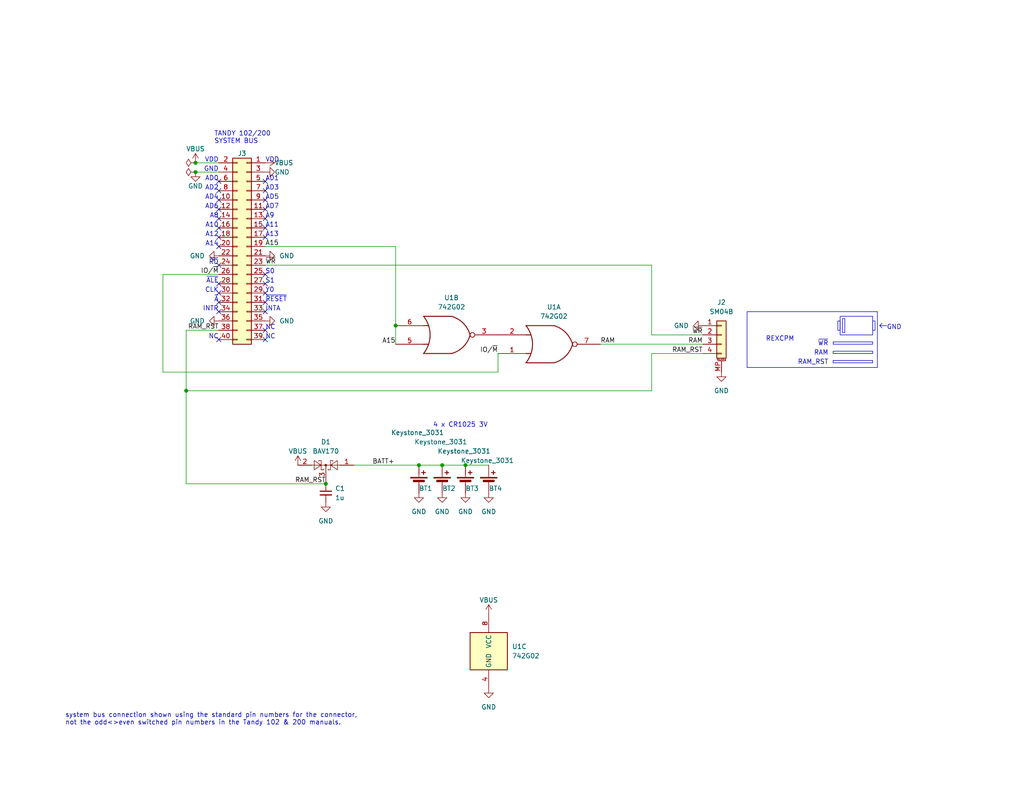
<source format=kicad_sch>
(kicad_sch (version 20231120) (generator "eeschema") (generator_version "8.0")
  (paper "USLetter")
  (title_block (title "REXCPM UPS 102") (date "2023-09-21") (rev "003") (company "Brian K. White - b.kenyon.w@gmail.com") (comment 1 "Replacement REXCPM system bus interface with memory battery"))
  (lib_symbols
    (symbol "000_LOCAL:742G02"
      (property "Reference" "U" (at 5.08 7.62 0))
      (property "Value" "742G02" (at 7.62 -7.62 0))
      (symbol "742G02_1_1"
        (arc (start -7.62 -5.08) (mid -5.838 0) (end -7.62 5.08) (stroke (width 0.254)))
        (arc (start 0 -5.08) (mid 3.1986 -3.2054) (end 5.08 0) (stroke (width 0.254)))
        (polyline (pts (xy -7.62 -2.54) (xy -6.35 -2.54)) (stroke (width 0.254)) (fill (type background)))
        (polyline (pts (xy -7.62 2.54) (xy -6.35 2.54)) (stroke (width 0.254)) (fill (type background)))
        (polyline (pts (xy 0 -5.08) (xy -7.62 -5.08)) (stroke (width 0.254)) (fill (type background)))
        (polyline (pts (xy 0 5.08) (xy -7.62 5.08)) (stroke (width 0.254)) (fill (type background)))
        (arc (start 5.08 0) (mid 3.2238 3.2304) (end 0 5.08) (stroke (width 0.254)))
        (pin input line (at -15.24 2.54 0) (length 7.62) (name "~") (number "1"))
        (pin input line (at -15.24 -2.54 0) (length 7.62) (name "~") (number "2"))
        (pin output inverted (at 12.7 0 180) (length 7.62) (name "~") (number "7"))
      )
      (symbol "742G02_2_1"
        (arc (start -7.62 -5.08) (mid -5.838 0) (end -7.62 5.08) (stroke (width 0.254)))
        (arc (start 0 -5.08) (mid 3.1986 -3.2054) (end 5.08 0) (stroke (width 0.254)))
        (polyline (pts (xy -7.62 -2.54) (xy -6.35 -2.54)) (stroke (width 0.254)) (fill (type background)))
        (polyline (pts (xy -7.62 2.54) (xy -6.35 2.54)) (stroke (width 0.254)) (fill (type background)))
        (polyline (pts (xy 0 -5.08) (xy -7.62 -5.08)) (stroke (width 0.254)) (fill (type background)))
        (polyline (pts (xy 0 5.08) (xy -7.62 5.08)) (stroke (width 0.254)) (fill (type background)))
        (arc (start 5.08 0) (mid 3.2238 3.2304) (end 0 5.08) (stroke (width 0.254)))
        (pin output inverted (at 12.7 0 180) (length 7.62) (name "~") (number "3"))
        (pin input line (at -15.24 2.54 0) (length 7.62) (name "~") (number "5"))
        (pin input line (at -15.24 -2.54 0) (length 7.62) (name "~") (number "6"))
      )
      (symbol "742G02_3_0"
        (rectangle (start -5.08 -5.08) (end 5.08 5.08) (stroke (width 0.254)) (fill (type background)))
      )
      (symbol "742G02_3_1"
        (pin power_in line (at 0 -10.16 90) (length 5.08) (name "GND") (number "4"))
        (pin power_in line (at 0 10.16 270) (length 5.08) (name "VCC") (number "8"))
      )
    )
    (symbol "000_LOCAL:BAT54C" (pin_names (offset 1.016))
      (property "Reference" "D" (at 0.635 -3.81 0))
      (property "Value" "BAT54C" (at -6.35 3.175 0))
      (symbol "BAT54C_0_1"
        (polyline (pts (xy -1.905 0) (xy 1.905 0)))
        (polyline (pts (xy -1.905 1.27) (xy -1.905 1.016)))
        (polyline (pts (xy -1.27 -1.27) (xy -0.635 -1.27)))
        (polyline (pts (xy -1.27 0) (xy -3.81 0)))
        (polyline (pts (xy -1.27 1.27) (xy -1.905 1.27)))
        (polyline (pts (xy -1.27 1.27) (xy -1.27 -1.27)))
        (polyline (pts (xy -0.635 -1.27) (xy -0.635 -1.016)))
        (polyline (pts (xy 0.635 -1.27) (xy 0.635 -1.016)))
        (polyline (pts (xy 1.27 -1.27) (xy 0.635 -1.27)))
        (polyline (pts (xy 1.27 1.27) (xy 1.27 -1.27)))
        (polyline (pts (xy 1.27 1.27) (xy 1.905 1.27)))
        (polyline (pts (xy 1.905 1.27) (xy 1.905 1.016)))
        (polyline (pts (xy 3.81 0) (xy 1.27 0)))
        (polyline (pts (xy -3.175 -1.27) (xy -3.175 1.27) (xy -1.27 0) (xy -3.175 -1.27)))
        (polyline (pts (xy 3.175 -1.27) (xy 3.175 1.27) (xy 1.27 0) (xy 3.175 -1.27)))
        (circle (center 0 0) (radius 0.254) (fill (type outline)))
      )
      (symbol "BAT54C_1_1"
        (pin passive line (at -7.62 0 0) (length 3.81) (name "~") (number "1"))
        (pin passive line (at 7.62 0 180) (length 3.81) (name "~") (number "2"))
        (pin passive line (at 0 -5.08 90) (length 5.08) (name "~") (number "3"))
      )
    )
    (symbol "000_LOCAL:Battery_Cell" (pin_numbers hide) (pin_names (offset 0) hide)
      (property "Reference" "BT" (at 2.54 2.54 0))
      (property "Value" "Battery_Cell" (at 2.54 0 0))
      (symbol "Battery_Cell_0_1"
        (rectangle (start -2.286 1.778) (end 2.286 1.524) (fill (type outline)))
        (rectangle (start -1.524 1.016) (end 1.524 0.508) (fill (type outline)))
        (polyline (pts (xy 0 0.762) (xy 0 0)))
        (polyline (pts (xy 0 1.778) (xy 0 2.54)))
        (polyline (pts (xy 0.762 3.048) (xy 1.778 3.048)) (stroke (width 0.254)))
        (polyline (pts (xy 1.27 3.556) (xy 1.27 2.54)) (stroke (width 0.254)))
      )
      (symbol "Battery_Cell_1_1"
        (pin passive line (at 0 5.08 270) (length 2.54) (name "+") (number "1"))
        (pin passive line (at 0 -2.54 90) (length 2.54) (name "-") (number "2"))
      )
    )
    (symbol "000_LOCAL:C" (pin_numbers hide) (pin_names (offset 0.254) hide)
      (property "Reference" "C" (at 0.254 1.778 0))
      (property "Value" "C" (at 0.254 -2.032 0))
      (symbol "C_0_1"
        (polyline (pts (xy -1.524 -0.508) (xy 1.524 -0.508)) (stroke (width 0.3302)))
        (polyline (pts (xy -1.524 0.508) (xy 1.524 0.508)) (stroke (width 0.3048)))
      )
      (symbol "C_1_1"
        (pin passive line (at 0 2.54 270) (length 2.032) (name "~") (number "1"))
        (pin passive line (at 0 -2.54 90) (length 2.032) (name "~") (number "2"))
      )
    )
    (symbol "000_LOCAL:Conn_01x04_MountingPin" (pin_names (offset 1.016) hide)
      (property "Reference" "J" (at 0 5.08 0))
      (property "Value" "Conn_01x04_MountingPin" (at 1.27 -7.62 0))
      (symbol "Conn_01x04_MountingPin_1_1"
        (rectangle (start -1.27 -4.953) (end 0 -5.207) (stroke (width 0.1524)))
        (rectangle (start -1.27 -2.413) (end 0 -2.667) (stroke (width 0.1524)))
        (rectangle (start -1.27 0.127) (end 0 -0.127) (stroke (width 0.1524)))
        (rectangle (start -1.27 2.667) (end 0 2.413) (stroke (width 0.1524)))
        (rectangle (start -1.27 3.81) (end 1.27 -6.35) (stroke (width 0.254)) (fill (type background)))
        (polyline (pts (xy -1.016 -7.112) (xy 1.016 -7.112)) (stroke (width 0.1524)))
        (text "Mounting" (at 0 -6.731 0) (effects (font (size 0.381 0.381))))
        (pin passive line (at -5.08 2.54 0) (length 3.81) (name "Pin_1") (number "1"))
        (pin passive line (at -5.08 0 0) (length 3.81) (name "Pin_2") (number "2"))
        (pin passive line (at -5.08 -2.54 0) (length 3.81) (name "Pin_3") (number "3"))
        (pin passive line (at -5.08 -5.08 0) (length 3.81) (name "Pin_4") (number "4"))
        (pin passive line (at 0 -10.16 90) (length 3.048) (name "MountPin") (number "MP"))
      )
    )
    (symbol "000_LOCAL:Conn_02x20_Odd_Even" (pin_names (offset 1.016) hide)
      (property "Reference" "J" (at 1.27 25.4 0))
      (property "Value" "Conn_02x20_Odd_Even" (at 1.27 -27.94 0))
      (symbol "Conn_02x20_Odd_Even_1_1"
        (rectangle (start -1.27 -25.273) (end 0 -25.527) (stroke (width 0.1524)))
        (rectangle (start -1.27 -22.733) (end 0 -22.987) (stroke (width 0.1524)))
        (rectangle (start -1.27 -20.193) (end 0 -20.447) (stroke (width 0.1524)))
        (rectangle (start -1.27 -17.653) (end 0 -17.907) (stroke (width 0.1524)))
        (rectangle (start -1.27 -15.113) (end 0 -15.367) (stroke (width 0.1524)))
        (rectangle (start -1.27 -12.573) (end 0 -12.827) (stroke (width 0.1524)))
        (rectangle (start -1.27 -10.033) (end 0 -10.287) (stroke (width 0.1524)))
        (rectangle (start -1.27 -7.493) (end 0 -7.747) (stroke (width 0.1524)))
        (rectangle (start -1.27 -4.953) (end 0 -5.207) (stroke (width 0.1524)))
        (rectangle (start -1.27 -2.413) (end 0 -2.667) (stroke (width 0.1524)))
        (rectangle (start -1.27 0.127) (end 0 -0.127) (stroke (width 0.1524)))
        (rectangle (start -1.27 2.667) (end 0 2.413) (stroke (width 0.1524)))
        (rectangle (start -1.27 5.207) (end 0 4.953) (stroke (width 0.1524)))
        (rectangle (start -1.27 7.747) (end 0 7.493) (stroke (width 0.1524)))
        (rectangle (start -1.27 10.287) (end 0 10.033) (stroke (width 0.1524)))
        (rectangle (start -1.27 12.827) (end 0 12.573) (stroke (width 0.1524)))
        (rectangle (start -1.27 15.367) (end 0 15.113) (stroke (width 0.1524)))
        (rectangle (start -1.27 17.907) (end 0 17.653) (stroke (width 0.1524)))
        (rectangle (start -1.27 20.447) (end 0 20.193) (stroke (width 0.1524)))
        (rectangle (start -1.27 22.987) (end 0 22.733) (stroke (width 0.1524)))
        (rectangle (start -1.27 24.13) (end 3.81 -26.67) (stroke (width 0.254)) (fill (type background)))
        (rectangle (start 3.81 -25.273) (end 2.54 -25.527) (stroke (width 0.1524)))
        (rectangle (start 3.81 -22.733) (end 2.54 -22.987) (stroke (width 0.1524)))
        (rectangle (start 3.81 -20.193) (end 2.54 -20.447) (stroke (width 0.1524)))
        (rectangle (start 3.81 -17.653) (end 2.54 -17.907) (stroke (width 0.1524)))
        (rectangle (start 3.81 -15.113) (end 2.54 -15.367) (stroke (width 0.1524)))
        (rectangle (start 3.81 -12.573) (end 2.54 -12.827) (stroke (width 0.1524)))
        (rectangle (start 3.81 -10.033) (end 2.54 -10.287) (stroke (width 0.1524)))
        (rectangle (start 3.81 -7.493) (end 2.54 -7.747) (stroke (width 0.1524)))
        (rectangle (start 3.81 -4.953) (end 2.54 -5.207) (stroke (width 0.1524)))
        (rectangle (start 3.81 -2.413) (end 2.54 -2.667) (stroke (width 0.1524)))
        (rectangle (start 3.81 0.127) (end 2.54 -0.127) (stroke (width 0.1524)))
        (rectangle (start 3.81 2.667) (end 2.54 2.413) (stroke (width 0.1524)))
        (rectangle (start 3.81 5.207) (end 2.54 4.953) (stroke (width 0.1524)))
        (rectangle (start 3.81 7.747) (end 2.54 7.493) (stroke (width 0.1524)))
        (rectangle (start 3.81 10.287) (end 2.54 10.033) (stroke (width 0.1524)))
        (rectangle (start 3.81 12.827) (end 2.54 12.573) (stroke (width 0.1524)))
        (rectangle (start 3.81 15.367) (end 2.54 15.113) (stroke (width 0.1524)))
        (rectangle (start 3.81 17.907) (end 2.54 17.653) (stroke (width 0.1524)))
        (rectangle (start 3.81 20.447) (end 2.54 20.193) (stroke (width 0.1524)))
        (rectangle (start 3.81 22.987) (end 2.54 22.733) (stroke (width 0.1524)))
        (pin passive line (at -5.08 22.86 0) (length 3.81) (name "Pin_1") (number "1"))
        (pin passive line (at 7.62 12.7 180) (length 3.81) (name "Pin_10") (number "10"))
        (pin passive line (at -5.08 10.16 0) (length 3.81) (name "Pin_11") (number "11"))
        (pin passive line (at 7.62 10.16 180) (length 3.81) (name "Pin_12") (number "12"))
        (pin passive line (at -5.08 7.62 0) (length 3.81) (name "Pin_13") (number "13"))
        (pin passive line (at 7.62 7.62 180) (length 3.81) (name "Pin_14") (number "14"))
        (pin passive line (at -5.08 5.08 0) (length 3.81) (name "Pin_15") (number "15"))
        (pin passive line (at 7.62 5.08 180) (length 3.81) (name "Pin_16") (number "16"))
        (pin passive line (at -5.08 2.54 0) (length 3.81) (name "Pin_17") (number "17"))
        (pin passive line (at 7.62 2.54 180) (length 3.81) (name "Pin_18") (number "18"))
        (pin passive line (at -5.08 0 0) (length 3.81) (name "Pin_19") (number "19"))
        (pin passive line (at 7.62 22.86 180) (length 3.81) (name "Pin_2") (number "2"))
        (pin passive line (at 7.62 0 180) (length 3.81) (name "Pin_20") (number "20"))
        (pin passive line (at -5.08 -2.54 0) (length 3.81) (name "Pin_21") (number "21"))
        (pin passive line (at 7.62 -2.54 180) (length 3.81) (name "Pin_22") (number "22"))
        (pin passive line (at -5.08 -5.08 0) (length 3.81) (name "Pin_23") (number "23"))
        (pin passive line (at 7.62 -5.08 180) (length 3.81) (name "Pin_24") (number "24"))
        (pin passive line (at -5.08 -7.62 0) (length 3.81) (name "Pin_25") (number "25"))
        (pin passive line (at 7.62 -7.62 180) (length 3.81) (name "Pin_26") (number "26"))
        (pin passive line (at -5.08 -10.16 0) (length 3.81) (name "Pin_27") (number "27"))
        (pin passive line (at 7.62 -10.16 180) (length 3.81) (name "Pin_28") (number "28"))
        (pin passive line (at -5.08 -12.7 0) (length 3.81) (name "Pin_29") (number "29"))
        (pin passive line (at -5.08 20.32 0) (length 3.81) (name "Pin_3") (number "3"))
        (pin passive line (at 7.62 -12.7 180) (length 3.81) (name "Pin_30") (number "30"))
        (pin passive line (at -5.08 -15.24 0) (length 3.81) (name "Pin_31") (number "31"))
        (pin passive line (at 7.62 -15.24 180) (length 3.81) (name "Pin_32") (number "32"))
        (pin passive line (at -5.08 -17.78 0) (length 3.81) (name "Pin_33") (number "33"))
        (pin passive line (at 7.62 -17.78 180) (length 3.81) (name "Pin_34") (number "34"))
        (pin passive line (at -5.08 -20.32 0) (length 3.81) (name "Pin_35") (number "35"))
        (pin passive line (at 7.62 -20.32 180) (length 3.81) (name "Pin_36") (number "36"))
        (pin passive line (at -5.08 -22.86 0) (length 3.81) (name "Pin_37") (number "37"))
        (pin passive line (at 7.62 -22.86 180) (length 3.81) (name "Pin_38") (number "38"))
        (pin passive line (at -5.08 -25.4 0) (length 3.81) (name "Pin_39") (number "39"))
        (pin passive line (at 7.62 20.32 180) (length 3.81) (name "Pin_4") (number "4"))
        (pin passive line (at 7.62 -25.4 180) (length 3.81) (name "Pin_40") (number "40"))
        (pin passive line (at -5.08 17.78 0) (length 3.81) (name "Pin_5") (number "5"))
        (pin passive line (at 7.62 17.78 180) (length 3.81) (name "Pin_6") (number "6"))
        (pin passive line (at -5.08 15.24 0) (length 3.81) (name "Pin_7") (number "7"))
        (pin passive line (at 7.62 15.24 180) (length 3.81) (name "Pin_8") (number "8"))
        (pin passive line (at -5.08 12.7 0) (length 3.81) (name "Pin_9") (number "9"))
      )
    )
    (symbol "GND_1" (power) (pin_names (offset 0))
      (property "Value" "GND_1" (at 0 -3.81 0))
      (symbol "GND_1_0_1"
        (polyline (pts (xy 0 0) (xy 0 -1.27) (xy 1.27 -1.27) (xy 0 -2.54) (xy -1.27 -1.27) (xy 0 -1.27)))
      )
      (symbol "GND_1_1_1"
        (pin power_in line (at 0 0 270) (length 0) hide (name "GND") (number "1"))
      )
    )
    (symbol "power:GND" (power) (pin_names (offset 0))
      (property "Value" "GND" (at 0 -3.81 0))
      (symbol "GND_0_1"
        (polyline (pts (xy 0 0) (xy 0 -1.27) (xy 1.27 -1.27) (xy 0 -2.54) (xy -1.27 -1.27) (xy 0 -1.27)))
      )
      (symbol "GND_1_1"
        (pin power_in line (at 0 0 270) (length 0) hide (name "GND") (number "1"))
      )
    )
    (symbol "power:PWR_FLAG" (power) (pin_numbers hide) (pin_names (offset 0) hide)
      (property "Value" "PWR_FLAG" (at 0 3.81 0))
      (symbol "PWR_FLAG_0_0"
        (pin power_out line (at 0 0 90) (length 0) (name "pwr") (number "1"))
      )
      (symbol "PWR_FLAG_0_1"
        (polyline (pts (xy 0 0) (xy 0 1.27) (xy -1.016 1.905) (xy 0 2.54) (xy 1.016 1.905) (xy 0 1.27)))
      )
    )
    (symbol "power:VBUS" (power) (pin_names (offset 0))
      (property "Value" "VBUS" (at 0 3.81 0))
      (symbol "VBUS_0_1"
        (polyline (pts (xy -0.762 1.27) (xy 0 2.54)))
        (polyline (pts (xy 0 0) (xy 0 2.54)))
        (polyline (pts (xy 0 2.54) (xy 0.762 1.27)))
      )
      (symbol "VBUS_1_1"
        (pin power_in line (at 0 0 90) (length 0) hide (name "VBUS") (number "1"))
      )
    )
  )
  (junction (at 114.3 127))
  (junction (at 88.9 132.08))
  (junction (at 127 127))
  (junction (at 50.8 106.68))
  (junction (at 53.34 46.99))
  (junction (at 120.65 127))
  (junction (at 107.95 88.9))
  (junction (at 53.34 44.45))
  (no_connect (at 59.69 85.09))
  (no_connect (at 72.39 49.53))
  (no_connect (at 59.69 62.23))
  (no_connect (at 59.69 64.77))
  (no_connect (at 59.69 72.39))
  (no_connect (at 72.39 82.55))
  (no_connect (at 59.69 52.07))
  (no_connect (at 72.39 92.71))
  (no_connect (at 72.39 57.15))
  (no_connect (at 59.69 67.31))
  (no_connect (at 59.69 54.61))
  (no_connect (at 72.39 85.09))
  (no_connect (at 72.39 80.01))
  (no_connect (at 59.69 57.15))
  (no_connect (at 72.39 64.77))
  (no_connect (at 59.69 80.01))
  (no_connect (at 59.69 77.47))
  (no_connect (at 72.39 90.17))
  (no_connect (at 72.39 62.23))
  (no_connect (at 72.39 52.07))
  (no_connect (at 59.69 92.71))
  (no_connect (at 72.39 54.61))
  (no_connect (at 59.69 82.55))
  (no_connect (at 59.69 59.69))
  (no_connect (at 72.39 59.69))
  (no_connect (at 59.69 49.53))
  (no_connect (at 72.39 74.93))
  (no_connect (at 72.39 77.47))
  (polyline (pts (xy 240.665 88.265) (xy 240.03 88.9)))
  (wire (pts (xy 163.83 93.98) (xy 191.77 93.98)))
  (wire (pts (xy 44.45 74.93) (xy 44.45 101.6)))
  (polyline (pts (xy 240.03 88.9) (xy 240.665 89.535)))
  (wire (pts (xy 50.8 132.08) (xy 88.9 132.08)))
  (wire (pts (xy 44.45 101.6) (xy 135.89 101.6)))
  (wire (pts (xy 50.8 106.68) (xy 177.8 106.68)))
  (wire (pts (xy 59.69 74.93) (xy 44.45 74.93)))
  (wire (pts (xy 177.8 106.68) (xy 177.8 96.52)))
  (wire (pts (xy 96.52 127) (xy 114.3 127)))
  (wire (pts (xy 177.8 72.39) (xy 177.8 91.44)))
  (wire (pts (xy 50.8 106.68) (xy 50.8 132.08)))
  (wire (pts (xy 135.89 96.52) (xy 135.89 101.6)))
  (wire (pts (xy 107.95 67.31) (xy 107.95 88.9)))
  (wire (pts (xy 53.34 44.45) (xy 59.69 44.45)))
  (polyline (pts (xy 240.03 88.9) (xy 241.935 88.9)))
  (wire (pts (xy 107.95 88.9) (xy 107.95 93.98)))
  (wire (pts (xy 177.8 96.52) (xy 191.77 96.52)))
  (wire (pts (xy 114.3 127) (xy 120.65 127)))
  (wire (pts (xy 53.34 46.99) (xy 59.69 46.99)))
  (wire (pts (xy 59.69 90.17) (xy 50.8 90.17)))
  (wire (pts (xy 72.39 72.39) (xy 177.8 72.39)))
  (wire (pts (xy 72.39 67.31) (xy 107.95 67.31)))
  (wire (pts (xy 127 127) (xy 133.35 127)))
  (wire (pts (xy 177.8 91.44) (xy 191.77 91.44)))
  (wire (pts (xy 50.8 90.17) (xy 50.8 106.68)))
  (wire (pts (xy 120.65 127) (xy 127 127)))
  (rectangle (start 229.235 86.36) (end 238.125 91.44))
  (rectangle (start 227.33 93.345) (end 238.125 93.98))
  (rectangle (start 227.33 98.425) (end 238.125 99.06))
  (rectangle (start 227.33 95.885) (end 238.125 96.52))
  (rectangle (start 229.87 86.995) (end 230.505 90.805) (fill (type color)))
  (rectangle (start 228.6 87.63) (end 229.235 90.17))
  (rectangle (start 236.855 92.71) (end 238.76 99.695) (stroke (width -0.0001)) (fill (type color)))
  (rectangle (start 238.125 87.63) (end 238.76 90.17))
  (rectangle (start 203.835 85.09) (end 239.395 100.33))
  (text "A13" (at 72.39 64.77 0) (effects (font (size 1.27 1.27)) (justify left bottom)))
  (text "~{RESET}" (at 72.39 82.55 0) (effects (font (size 1.27 1.27)) (justify left bottom)))
  (text "A8" (at 59.69 59.69 0) (effects (font (size 1.27 1.27)) (justify right bottom)))
  (text "AD7" (at 72.39 57.15 0) (effects (font (size 1.27 1.27)) (justify left bottom)))
  (text "VDD" (at 59.69 44.45 0) (effects (font (size 1.27 1.27)) (justify right bottom)))
  (text "INTA" (at 72.39 85.09 0) (effects (font (size 1.27 1.27)) (justify left bottom)))
  (text "system bus connection shown using the standard pin numbers for the connector,\nnot the odd<>even switched pin numbers in the Tandy 102 & 200 manuals." (at 17.78 198.12 0) (effects (font (size 1.27 1.27)) (justify left bottom)))
  (text "CLK" (at 59.69 80.01 0) (effects (font (size 1.27 1.27)) (justify right bottom)))
  (text "REXCPM" (at 208.915 93.345 0) (effects (font (size 1.27 1.27)) (justify left bottom)))
  (text "GND" (at 241.935 90.17 0) (effects (font (size 1.27 1.27)) (justify left bottom)))
  (text "A10" (at 59.69 62.23 0) (effects (font (size 1.27 1.27)) (justify right bottom)))
  (text "NC" (at 72.39 90.17 0) (effects (font (size 1.27 1.27)) (justify left bottom)))
  (text "~{RD}" (at 59.69 72.39 0) (effects (font (size 1.27 1.27)) (justify right bottom)))
  (text "AD3" (at 72.39 52.07 0) (effects (font (size 1.27 1.27)) (justify left bottom)))
  (text "TANDY 102/200\nSYSTEM BUS" (at 58.42 39.37 0) (effects (font (size 1.27 1.27)) (justify left bottom)))
  (text "AD0" (at 59.69 49.53 0) (effects (font (size 1.27 1.27)) (justify right bottom)))
  (text "NC" (at 59.69 92.71 0) (effects (font (size 1.27 1.27)) (justify right bottom)))
  (text "VDD" (at 72.39 44.45 0) (effects (font (size 1.27 1.27)) (justify left bottom)))
  (text "~{A}" (at 59.69 82.55 0) (effects (font (size 1.27 1.27)) (justify right bottom)))
  (text "A11" (at 72.39 62.23 0) (effects (font (size 1.27 1.27)) (justify left bottom)))
  (text "4 x CR1025 3V" (at 118.11 116.84 0) (effects (font (size 1.27 1.27)) (justify left bottom)))
  (text "RAM" (at 226.06 97.155 0) (effects (font (size 1.27 1.27)) (justify right bottom)))
  (text "AD6" (at 59.69 57.15 0) (effects (font (size 1.27 1.27)) (justify right bottom)))
  (text "A12" (at 59.69 64.77 0) (effects (font (size 1.27 1.27)) (justify right bottom)))
  (text "AD5" (at 72.39 54.61 0) (effects (font (size 1.27 1.27)) (justify left bottom)))
  (text "AD2" (at 59.69 52.07 0) (effects (font (size 1.27 1.27)) (justify right bottom)))
  (text "S1" (at 72.39 77.47 0) (effects (font (size 1.27 1.27)) (justify left bottom)))
  (text "S0" (at 72.39 74.93 0) (effects (font (size 1.27 1.27)) (justify left bottom)))
  (text "A14" (at 59.69 67.31 0) (effects (font (size 1.27 1.27)) (justify right bottom)))
  (text "Y0" (at 72.39 80.01 0) (effects (font (size 1.27 1.27)) (justify left bottom)))
  (text "NC" (at 72.39 92.71 0) (effects (font (size 1.27 1.27)) (justify left bottom)))
  (text "~{WR}" (at 226.06 94.615 0) (effects (font (size 1.27 1.27)) (justify right bottom)))
  (text "~{ALE}" (at 59.69 77.47 0) (effects (font (size 1.27 1.27)) (justify right bottom)))
  (text "AD1" (at 72.39 49.53 0) (effects (font (size 1.27 1.27)) (justify left bottom)))
  (text "INTR" (at 59.69 85.09 0) (effects (font (size 1.27 1.27)) (justify right bottom)))
  (text "RAM_RST" (at 226.06 99.695 0) (effects (font (size 1.27 1.27)) (justify right bottom)))
  (text "A9" (at 72.39 59.69 0) (effects (font (size 1.27 1.27)) (justify left bottom)))
  (text "GND" (at 59.69 46.99 0) (effects (font (size 1.27 1.27)) (justify right bottom)))
  (text "AD4" (at 59.69 54.61 0) (effects (font (size 1.27 1.27)) (justify right bottom)))
  (label "IO{slash}~{M}" (at 135.89 96.52 180))
  (label "IO{slash}~{M}" (at 59.69 74.93 180))
  (label "~{WR}" (at 72.39 72.39 0))
  (label "BATT+" (at 101.6 127 0))
  (label "RAM_RST" (at 59.69 90.17 180))
  (label "RAM_RST" (at 191.77 96.52 180))
  (label "~{WR}" (at 191.77 91.44 180))
  (label "RAM_RST" (at 88.9 132.08 180))
  (label "A15" (at 72.39 67.31 0))
  (label "RAM" (at 163.83 93.98 0))
  (label "RAM" (at 191.77 93.98 180))
  (label "A15" (at 107.95 93.98 180))
  (symbol (lib_id "power:VBUS") (at 53.34 44.45 0) (unit 1)
    (property "Reference" "#PWR03" (effects (hide yes)))
    (property "Value" "VBUS" (at 53.34 40.64 0))
  )
  (symbol (lib_id "power:VBUS") (at 81.28 127 0) (unit 1)
    (property "Reference" "#PWR08" (effects (hide yes)))
    (property "Value" "VBUS" (at 81.28 123.19 0))
  )
  (symbol (lib_name "GND_1") (lib_id "power:GND") (at 191.77 88.9 270) (unit 1)
    (property "Reference" "#PWR018" (effects (hide yes)))
    (property "Value" "GND" (at 187.96 88.9 90) (effects (justify right)))
  )
  (symbol (lib_id "000_LOCAL:Battery_Cell") (at 120.65 132.08 0) (unit 1)
    (property "Reference" "BT2" (at 120.65 133.35 0) (effects (justify left)))
    (property "Value" "Keystone_3031" (at 113.03 120.65 0) (effects (justify left)))
    (property "Footprint" "000_LOCAL:Keystone_3031" (effects (hide yes)))
    (property "Datasheet" "datasheets/Keystone_3031.pdf" (effects (hide yes)))
  )
  (symbol (lib_name "GND_1") (lib_id "power:GND") (at 133.35 187.96 0) (unit 1)
    (property "Reference" "#PWR02" (effects (hide yes)))
    (property "Value" "GND" (at 133.35 193.04 0))
  )
  (symbol (lib_id "power:GND") (at 72.39 46.99 90) (unit 1)
    (property "Reference" "#PWR013" (effects (hide yes)))
    (property "Value" "GND" (at 74.93 46.99 90) (effects (justify right)))
  )
  (symbol (lib_id "000_LOCAL:742G02") (at 123.19 91.44 0) (mirror x) (unit 2)
    (property "Reference" "U1" (at 123.19 81.28 0))
    (property "Value" "742G02" (at 123.19 83.82 0))
    (property "Footprint" "000_LOCAL:TSSOP-8_3x3mm_P0.65mm" (effects (hide yes)))
    (property "Datasheet" "datasheets/742G02.pdf" (effects (hide yes)))
  )
  (symbol (lib_id "power:GND") (at 53.34 46.99 0) (unit 1)
    (property "Reference" "#PWR04" (effects (hide yes)))
    (property "Value" "GND" (at 53.34 50.8 0))
  )
  (symbol (lib_id "power:GND") (at 72.39 69.85 90) (unit 1)
    (property "Reference" "#PWR014" (effects (hide yes)))
    (property "Value" "GND" (at 76.2 69.85 90) (effects (justify right)))
  )
  (symbol (lib_name "GND_1") (lib_id "power:GND") (at 196.85 101.6 0) (unit 1)
    (property "Reference" "#PWR017" (effects (hide yes)))
    (property "Value" "GND" (at 196.85 106.68 0))
  )
  (symbol (lib_id "000_LOCAL:Conn_01x04_MountingPin") (at 196.85 91.44 0) (unit 1)
    (property "Reference" "J2" (at 196.85 82.55 0))
    (property "Value" "SM04B" (at 196.85 85.09 0))
    (property "Footprint" "000_LOCAL:JST_SH_SM04B-SRSS-TB_1x04-1MP_P1.00mm_Horizontal" (effects (hide yes)))
    (property "Datasheet" "datasheets/eSH.pdf" (effects (hide yes)))
  )
  (symbol (lib_id "000_LOCAL:Conn_02x20_Odd_Even") (at 67.31 67.31 0) (mirror y) (unit 1)
    (property "Reference" "J3" (at 66.04 41.91 0))
    (property "Value" "Conn_02x20_Odd_Even" (effects (hide yes)))
    (property "Footprint" "000_LOCAL:IDC-Header_2x20_P2.54mm_Vertical" (effects (hide yes)))
    (property "Datasheet" "datasheets/2x20_male_boxed.pdf" (effects (hide yes)))
  )
  (symbol (lib_id "000_LOCAL:742G02") (at 151.13 93.98 0) (mirror x) (unit 1)
    (property "Reference" "U1" (at 151.13 83.82 0))
    (property "Value" "742G02" (at 151.13 86.36 0))
    (property "Footprint" "000_LOCAL:TSSOP-8_3x3mm_P0.65mm" (effects (hide yes)))
    (property "Datasheet" "datasheets/742G02.pdf" (effects (hide yes)))
  )
  (symbol (lib_id "000_LOCAL:BAT54C") (at 88.9 127 0) (mirror y) (unit 1)
    (property "Reference" "D1" (at 88.9 120.65 0))
    (property "Value" "BAV170" (at 88.9 123.19 0))
    (property "Footprint" "Package_TO_SOT_SMD:SOT-23" (effects (hide yes)))
    (property "Datasheet" "datasheets/BAV170.pdf" (effects (hide yes)))
  )
  (symbol (lib_id "power:VBUS") (at 72.39 44.45 270) (unit 1)
    (property "Reference" "#PWR012" (effects (hide yes)))
    (property "Value" "VBUS" (at 77.47 44.45 90))
  )
  (symbol (lib_id "power:VBUS") (at 133.35 167.64 0) (unit 1)
    (property "Reference" "#PWR01" (effects (hide yes)))
    (property "Value" "VBUS" (at 133.35 163.83 0))
  )
  (symbol (lib_name "GND_1") (lib_id "power:GND") (at 127 134.62 0) (unit 1)
    (property "Reference" "#PWR06" (effects (hide yes)))
    (property "Value" "GND" (at 127 139.7 0))
  )
  (symbol (lib_id "000_LOCAL:742G02") (at 133.35 177.8 0) (unit 3)
    (property "Reference" "U1" (at 139.7 176.53 0) (effects (justify left)))
    (property "Value" "742G02" (at 139.7 179.07 0) (effects (justify left)))
    (property "Footprint" "000_LOCAL:TSSOP-8_3x3mm_P0.65mm" (effects (hide yes)))
    (property "Datasheet" "datasheets/742G02.pdf" (effects (hide yes)))
  )
  (symbol (lib_id "000_LOCAL:Battery_Cell") (at 114.3 132.08 0) (unit 1)
    (property "Reference" "BT1" (at 114.3 133.35 0) (effects (justify left)))
    (property "Value" "Keystone_3031" (at 106.68 118.11 0) (effects (justify left)))
    (property "Footprint" "000_LOCAL:Keystone_3031" (effects (hide yes)))
    (property "Datasheet" "datasheets/Keystone_3031.pdf" (effects (hide yes)))
  )
  (symbol (lib_id "power:GND") (at 72.39 87.63 90) (unit 1)
    (property "Reference" "#PWR015" (effects (hide yes)))
    (property "Value" "GND" (at 76.2 87.63 90) (effects (justify right)))
  )
  (symbol (lib_id "000_LOCAL:Battery_Cell") (at 127 132.08 0) (unit 1)
    (property "Reference" "BT3" (at 127 133.35 0) (effects (justify left)))
    (property "Value" "Keystone_3031" (at 119.38 123.19 0) (effects (justify left)))
    (property "Footprint" "000_LOCAL:Keystone_3031" (effects (hide yes)))
    (property "Datasheet" "datasheets/Keystone_3031.pdf" (effects (hide yes)))
  )
  (symbol (lib_id "power:GND") (at 59.69 87.63 270) (unit 1)
    (property "Reference" "#PWR07" (effects (hide yes)))
    (property "Value" "GND" (at 55.88 87.63 90) (effects (justify right)))
  )
  (symbol (lib_name "GND_1") (lib_id "power:GND") (at 133.35 134.62 0) (unit 1)
    (property "Reference" "#PWR016" (effects (hide yes)))
    (property "Value" "GND" (at 133.35 139.7 0))
  )
  (symbol (lib_id "000_LOCAL:C") (at 88.9 134.62 0) (unit 1)
    (property "Reference" "C1" (at 91.44 133.3563 0) (effects (justify left)))
    (property "Value" "1u" (at 91.44 135.8963 0) (effects (justify left)))
    (property "Footprint" "000_LOCAL:C_0805" (effects (hide yes)))
  )
  (symbol (lib_id "power:PWR_FLAG") (at 53.34 46.99 90) (unit 1)
    (property "Reference" "#FLG02" (effects (hide yes)))
    (property "Value" "PWR_FLAG" (effects (hide yes)))
  )
  (symbol (lib_name "GND_1") (lib_id "power:GND") (at 88.9 137.16 0) (unit 1)
    (property "Reference" "#PWR09" (effects (hide yes)))
    (property "Value" "GND" (at 88.9 142.24 0))
  )
  (symbol (lib_name "GND_1") (lib_id "power:GND") (at 120.65 134.62 0) (unit 1)
    (property "Reference" "#PWR011" (effects (hide yes)))
    (property "Value" "GND" (at 120.65 139.7 0))
  )
  (symbol (lib_id "power:PWR_FLAG") (at 53.34 44.45 90) (unit 1)
    (property "Reference" "#FLG01" (effects (hide yes)))
    (property "Value" "PWR_FLAG" (effects (hide yes)))
  )
  (symbol (lib_name "GND_1") (lib_id "power:GND") (at 114.3 134.62 0) (unit 1)
    (property "Reference" "#PWR010" (effects (hide yes)))
    (property "Value" "GND" (at 114.3 139.7 0))
  )
  (symbol (lib_id "power:GND") (at 59.69 69.85 270) (unit 1)
    (property "Reference" "#PWR05" (effects (hide yes)))
    (property "Value" "GND" (at 55.88 69.85 90) (effects (justify right)))
  )
  (symbol (lib_id "000_LOCAL:Battery_Cell") (at 133.35 132.08 0) (unit 1)
    (property "Reference" "BT4" (at 133.35 133.35 0) (effects (justify left)))
    (property "Value" "Keystone_3031" (at 125.73 125.73 0) (effects (justify left)))
    (property "Footprint" "000_LOCAL:Keystone_3031" (effects (hide yes)))
    (property "Datasheet" "datasheets/Keystone_3031.pdf" (effects (hide yes)))
  )
)
</source>
